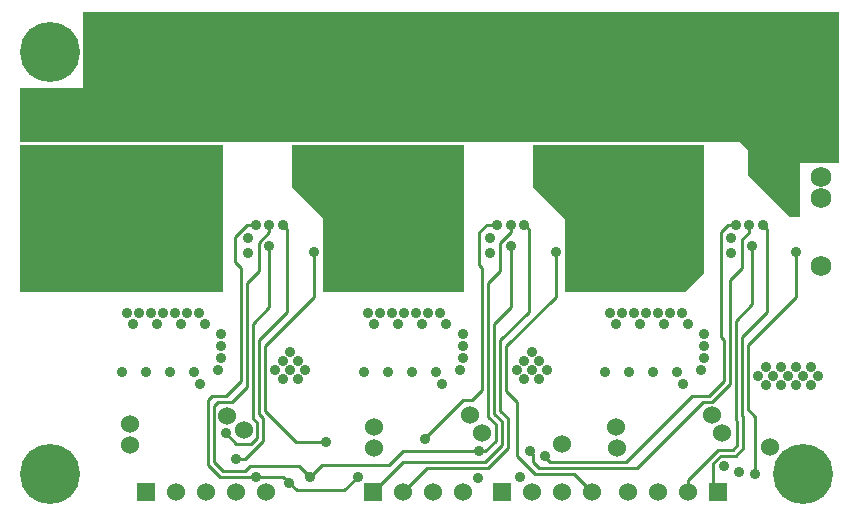
<source format=gbr>
G04 start of page 3 for group 1 idx 1 *
G04 Title: power, signal2 *
G04 Creator: pcb 20140316 *
G04 CreationDate: Tue 06 Jun 2017 06:55:07 AM GMT UTC *
G04 For: brian *
G04 Format: Gerber/RS-274X *
G04 PCB-Dimensions (mil): 6000.00 5000.00 *
G04 PCB-Coordinate-Origin: lower left *
%MOIN*%
%FSLAX25Y25*%
%LNGROUP1*%
%ADD49C,0.0485*%
%ADD48C,0.1770*%
%ADD47C,0.0380*%
%ADD46C,0.0118*%
%ADD45C,0.0200*%
%ADD44C,0.0350*%
%ADD43C,0.0360*%
%ADD42C,0.0685*%
%ADD41C,0.2000*%
%ADD40C,0.0600*%
%ADD39C,0.0318*%
%ADD38C,0.0100*%
%ADD37C,0.0001*%
G54D37*G36*
X354000Y386000D02*X341000D01*
Y368000D01*
X337500D01*
X323500Y382000D01*
Y390500D01*
X321000Y393000D01*
X81000D01*
Y411000D01*
X102000D01*
Y436500D01*
X354000D01*
Y386000D01*
G37*
G36*
X81000Y343000D02*Y392000D01*
X148500D01*
Y343000D01*
X81000D01*
G37*
G36*
X252000Y378000D02*Y392000D01*
X309000D01*
Y349500D01*
X302500Y343000D01*
X262500D01*
Y367500D01*
X252000Y378000D01*
G37*
G36*
X171500D02*Y392000D01*
X229000D01*
Y343000D01*
X182000D01*
Y367500D01*
X171500Y378000D01*
G37*
G54D38*X249000Y365500D02*X250500Y364000D01*
X241000Y359500D02*Y350000D01*
X244500Y365500D02*Y363000D01*
X241000Y359500D01*
Y350000D02*X237000Y346000D01*
X250500Y364000D02*Y336500D01*
X259500Y356500D02*Y341500D01*
X244500Y338000D02*Y358500D01*
X240000Y365500D02*X236500D01*
X234000Y363000D01*
Y352000D01*
X235000Y351000D01*
X252500Y282500D02*X246500Y288500D01*
X239500Y299000D02*Y293500D01*
X241500Y300000D02*Y292000D01*
X243500Y301000D02*Y291000D01*
X246500Y306500D02*Y288500D01*
X239500Y293500D02*X236000Y290000D01*
X241500Y292000D02*X236000Y286500D01*
X243500Y291000D02*X237000Y284500D01*
X251000Y290000D02*X251500D01*
X252000Y289000D02*X251000Y290000D01*
X239000Y302500D02*X241500Y300000D01*
X241000Y303500D02*X243500Y301000D01*
X237000Y301500D02*X239500Y299000D01*
X236000Y290000D02*X234000D01*
X228500Y307000D02*X216000Y294500D01*
Y294000D01*
X237000Y284500D02*X216500D01*
X236000Y286500D02*X208500D01*
X233500Y290000D02*X208500D01*
X216500Y284500D02*X208500Y276500D01*
Y286500D02*X198500Y276500D01*
X208500Y290000D02*X204000Y285500D01*
X244500Y338000D02*X239000Y332500D01*
X237000Y346000D02*Y301500D01*
X235000Y310500D02*Y351000D01*
X250500Y336500D02*X241000Y327000D01*
X259500Y341500D02*X243000Y325000D01*
X235000Y310500D02*X231500Y307000D01*
X228500D01*
X239000Y302500D02*Y332500D01*
X241000Y303500D02*Y327000D01*
X243000Y325000D02*Y310000D01*
X246500Y306500D01*
X314500Y328000D02*X315500Y327000D01*
X325000Y339000D02*X319500Y333500D01*
X330000Y336500D02*X321500Y328000D01*
X315500Y313500D02*Y327000D01*
X317500Y312500D02*Y347000D01*
X319500Y300500D02*Y333500D01*
X321500Y302000D02*Y328000D01*
Y302000D02*X322000Y301500D01*
X323500Y325500D02*Y304000D01*
X317500Y312500D02*X311500Y306500D01*
X308500D01*
X315500Y313500D02*X310500Y308500D01*
X305000D01*
X326000Y301500D02*X323500Y304000D01*
X328500Y365500D02*X330000Y364000D01*
X321500Y360500D02*Y351000D01*
X324000Y365500D02*Y363000D01*
X321500Y360500D01*
X319500Y365500D02*X317000D01*
X321500Y351000D02*X317500Y347000D01*
X325000Y358500D02*Y339000D01*
X330000Y364000D02*Y336500D01*
X317000Y365500D02*X314500Y363000D01*
Y328000D01*
X339500Y356500D02*Y341500D01*
X323500Y325500D01*
X319500Y300500D02*X320000Y300000D01*
Y292000D01*
X318500Y290500D01*
X313500D01*
X319500Y288500D02*X314500D01*
X312000Y286000D01*
X322000Y301500D02*Y291000D01*
X326000Y282500D02*Y301500D01*
X322000Y291000D02*X319500Y288500D01*
X312000Y286000D02*Y278000D01*
X313500Y276500D01*
X305000Y308500D02*X283000Y286500D01*
X303500Y280500D02*Y276500D01*
X254000Y284500D02*X252000Y286500D01*
Y289000D01*
X308500Y306500D02*X286500Y284500D01*
X313500Y290500D02*X303500Y280500D01*
X271500Y276500D02*X265500Y282500D01*
X252500D01*
X286500Y284500D02*X254000D01*
X256000Y288000D02*X257500Y286500D01*
X283000D02*X257500D01*
X168500Y365500D02*X170000Y364000D01*
X164000Y365500D02*Y363000D01*
X160500Y359500D01*
X170000Y363941D02*Y336441D01*
X164000Y338000D02*X158500Y332500D01*
X170000Y336441D02*X160500Y326941D01*
X179000Y356441D02*Y341441D01*
X164000Y358500D02*Y338000D01*
X179000Y341441D02*X162500Y324941D01*
X160500Y359500D02*Y350000D01*
X156500Y345941D01*
Y311500D02*Y345941D01*
X158500Y332441D02*Y301000D01*
X160500Y326941D02*Y302500D01*
X154500Y313500D02*Y351000D01*
X152500Y353000D01*
Y361500D01*
X156500Y365500D01*
X159500D01*
X162500Y324941D02*Y303500D01*
X145500Y305000D02*Y286500D01*
X145000Y308500D02*X143500Y307000D01*
Y285500D01*
X151500Y306500D02*X147000D01*
X145500Y305000D01*
X156500Y311500D02*X151500Y306500D01*
X154500Y313500D02*X149500Y308500D01*
X145000D01*
X160000Y294500D02*X158000Y292500D01*
X153000D01*
X149500Y296000D01*
X172941Y293000D02*X162500Y303500D01*
X158500Y301000D02*X160000Y299500D01*
Y294500D01*
X160500Y302500D02*X162000Y301000D01*
Y293500D01*
X183000Y293000D02*X172941D01*
X162000Y293500D02*X156000Y287500D01*
X168500Y281500D02*X173059Y276941D01*
X188941D01*
X193500Y281500D02*X188941Y276941D01*
X156000Y287500D02*X154000D01*
X145500Y286500D02*X148500Y283500D01*
X143500Y285500D02*X147500Y281500D01*
X168500D01*
X148500Y283500D02*X156000D01*
X157500Y285000D01*
X174000D01*
X181500Y285500D02*X204000D01*
X174000Y285000D02*X177500Y281500D01*
X181500Y285500D01*
G54D39*X192827Y429905D03*
X197551D03*
X202276D03*
X192827Y425181D03*
Y420456D03*
Y415732D03*
X197551Y425181D03*
Y420456D03*
Y415732D03*
Y411008D03*
X202276D03*
X207000D03*
X211724D03*
X207000Y429905D03*
X211724D03*
X216449D03*
X221173D03*
X202276Y425181D03*
Y420456D03*
X207000D03*
X211724D03*
X216449D03*
X221173D03*
X207000Y425181D03*
X211724D03*
X216449D03*
X221173D03*
X202276Y415732D03*
X207000D03*
X211724D03*
X216449D03*
X221173D03*
Y411008D03*
X216449D03*
X192827D03*
Y365905D03*
Y347008D03*
G54D37*G36*
X195500Y279500D02*Y273500D01*
X201500D01*
Y279500D01*
X195500D01*
G37*
G54D40*X208500Y276500D03*
X218500D03*
X228500D03*
G54D39*X197551Y365905D03*
X202276D03*
X207000D03*
X211724D03*
X216449D03*
X221173D03*
X202276Y361181D03*
Y356456D03*
X207000D03*
X211724D03*
X216449D03*
X221173D03*
X207000Y361181D03*
X211724D03*
X216449D03*
X221173D03*
X192827D03*
Y356456D03*
Y351732D03*
X197551Y361181D03*
Y356456D03*
Y351732D03*
X202276D03*
X207000D03*
X211724D03*
X216449D03*
X221173D03*
X197551Y347008D03*
X202276D03*
X207000D03*
X211724D03*
X216449D03*
X221173D03*
X273327Y429905D03*
X278051D03*
X282776D03*
X273327Y425181D03*
Y420456D03*
Y415732D03*
X278051Y425181D03*
Y420456D03*
Y415732D03*
Y411008D03*
X282776D03*
X287500D03*
X292224D03*
X287500Y429905D03*
X292224D03*
X296949D03*
X301673D03*
X282776Y425181D03*
Y420456D03*
X287500D03*
X292224D03*
X296949D03*
X301673D03*
X287500Y425181D03*
X292224D03*
X296949D03*
X301673D03*
X282776Y415732D03*
X287500D03*
X292224D03*
X296949D03*
X301673D03*
Y411008D03*
X296949D03*
X273327D03*
Y365905D03*
Y347008D03*
X278051Y365905D03*
X282776D03*
X287500D03*
X292224D03*
X296949D03*
X301673D03*
X282776Y361181D03*
Y356456D03*
X287500D03*
X292224D03*
X296949D03*
X301673D03*
X287500Y361181D03*
X292224D03*
X296949D03*
X301673D03*
G54D40*X293500Y276500D03*
X283500D03*
G54D37*G36*
X238500Y279500D02*Y273500D01*
X244500D01*
Y279500D01*
X238500D01*
G37*
G54D40*X251500Y276500D03*
X261500D03*
X271500D03*
G54D39*X273327Y361181D03*
Y356456D03*
Y351732D03*
X278051Y361181D03*
Y356456D03*
Y351732D03*
X282776D03*
X287500D03*
X292224D03*
X296949D03*
X301673D03*
X278051Y347008D03*
X282776D03*
X287500D03*
X292224D03*
X296949D03*
X301673D03*
G54D37*G36*
X310500Y279500D02*Y273500D01*
X316500D01*
Y279500D01*
X310500D01*
G37*
G54D41*X342000Y282500D03*
G54D40*X303500Y276500D03*
G54D42*X348000Y351736D03*
Y381264D03*
Y403764D03*
Y374236D03*
G54D39*X112327Y429905D03*
X117051D03*
X121776D03*
X112327Y425181D03*
Y420456D03*
Y415732D03*
X117051Y425181D03*
Y420456D03*
Y415732D03*
Y411008D03*
X121776D03*
X126500D03*
X131224D03*
X126500Y429905D03*
X131224D03*
X135949D03*
X140673D03*
X121776Y425181D03*
Y420456D03*
X126500D03*
X131224D03*
X135949D03*
X140673D03*
X126500Y425181D03*
X131224D03*
X135949D03*
X140673D03*
X121776Y415732D03*
X126500D03*
X131224D03*
X135949D03*
X140673D03*
Y411008D03*
X135949D03*
X112327D03*
Y365905D03*
Y347008D03*
G54D41*X91000Y282500D03*
Y423000D03*
G54D37*G36*
X120000Y279500D02*Y273500D01*
X126000D01*
Y279500D01*
X120000D01*
G37*
G54D40*X133000Y276500D03*
X143000D03*
X153000D03*
X163000D03*
G54D39*X117051Y365905D03*
X121776D03*
X126500D03*
X131224D03*
X135949D03*
X140673D03*
X121776Y361181D03*
Y356456D03*
X126500D03*
X131224D03*
X135949D03*
X140673D03*
X126500Y361181D03*
X131224D03*
X135949D03*
X140673D03*
X112327D03*
Y356456D03*
Y351732D03*
X117051Y361181D03*
Y356456D03*
Y351732D03*
X121776D03*
X126500D03*
X131224D03*
X135949D03*
X140673D03*
X117051Y347008D03*
X121776D03*
X126500D03*
X131224D03*
X135949D03*
X140673D03*
G54D40*X199000Y291000D03*
G54D43*X183000Y293000D03*
X170500Y279500D03*
X177500Y281500D03*
X193500D03*
G54D40*X199000Y298000D03*
G54D43*X221500Y312500D03*
G54D40*X231000Y302000D03*
X235000Y296000D03*
G54D43*X216000Y294000D03*
X233500Y281000D03*
X247500Y281500D03*
X251000Y290000D03*
X256000Y288500D03*
G54D40*X261500Y292500D03*
G54D43*X234000Y290000D03*
X199000Y332500D03*
X197000Y336000D03*
X201000D03*
X215000Y332500D03*
X223000D03*
X228500Y329000D03*
Y325000D03*
Y321000D03*
X227500Y317000D03*
X246500D03*
X251500D03*
X256500D03*
X254000Y314000D03*
X249000D03*
X207000Y332500D03*
X205000Y336000D03*
X209000D03*
X213000D03*
X217000D03*
X221000D03*
X249000Y320000D03*
X254000D03*
X251500Y323000D03*
X219500Y316500D03*
X211500D03*
X203500D03*
X195500D03*
X166000Y317000D03*
X171000D03*
Y323000D03*
X176000Y317000D03*
X173500Y314000D03*
Y320000D03*
X168500Y314000D03*
Y320000D03*
X196000Y379000D03*
X199500Y375500D03*
X192500D03*
X203000Y379000D03*
X210000D03*
X217000D03*
X224000D03*
X206500Y375500D03*
X213500D03*
X220500D03*
X179000Y356441D03*
X240000Y365500D03*
X244500D03*
X249000D03*
X259500Y356500D03*
X244500Y358500D03*
X237500Y356000D03*
Y361000D03*
G54D40*X279500Y298000D03*
G54D43*X292000Y316500D03*
X284000D03*
X276000D03*
X293500Y336000D03*
G54D40*X280000Y291000D03*
G54D43*X295500Y332500D03*
X303500D03*
X309000Y329000D03*
Y325000D03*
Y321000D03*
X300000Y316500D03*
X302000Y312500D03*
X297500Y336000D03*
X301500D03*
X279500Y332500D03*
X287500D03*
X277500Y336000D03*
X281500D03*
X285500D03*
X289500D03*
X308000Y317000D03*
G54D40*X311500Y302000D03*
X315000Y296000D03*
G54D43*X315500Y285000D03*
X320500Y283000D03*
X344500Y312000D03*
X342000Y315000D03*
X339500Y312000D03*
X347000Y315000D03*
X327000D03*
X337000D03*
X332000D03*
X334500Y312000D03*
X329500D03*
Y318000D03*
G54D40*X331000Y291500D03*
G54D43*X326000Y282500D03*
X334500Y318000D03*
X339500D03*
X344500D03*
X276500Y379000D03*
X280000Y375500D03*
X283500Y379000D03*
X273000Y375500D03*
X287000D03*
X290500Y379000D03*
X294000Y375500D03*
X297500Y379000D03*
X301000Y375500D03*
X304500Y379000D03*
X325000Y358500D03*
X319500Y365500D03*
X324000D03*
X328500D03*
X318000Y361000D03*
Y356000D03*
X339500Y356500D03*
X310500Y434500D03*
Y430500D03*
Y426500D03*
X314500Y434500D03*
Y430500D03*
Y426500D03*
X351500Y433500D03*
Y426000D03*
Y418500D03*
Y411500D03*
X147000Y317000D03*
G54D40*X117500Y292000D03*
Y299000D03*
G54D43*X139000Y316500D03*
X131000D03*
X123000D03*
X115000D03*
X141000Y312500D03*
G54D40*X150000Y301882D03*
X155500Y297000D03*
G54D43*X153000Y287500D03*
X159500Y281500D03*
X149500Y296000D03*
X118500Y332500D03*
X116500Y336000D03*
X120500D03*
X124500D03*
X148000Y329000D03*
Y325000D03*
Y321000D03*
X126500Y332500D03*
X134500D03*
X142500D03*
X128500Y336000D03*
X132500D03*
X136500D03*
X140500D03*
X115500Y379000D03*
X119000Y375500D03*
X122500Y379000D03*
X112000Y375500D03*
X126000D03*
X129500Y379000D03*
X133000Y375500D03*
X136500Y379000D03*
X143500D03*
X140000Y375500D03*
X159500Y365500D03*
X164000D03*
X168500D03*
X164000Y358500D03*
X157000Y361000D03*
Y356000D03*
G54D44*G54D45*G54D44*G54D45*G54D44*G54D45*G54D44*G54D45*G54D44*G54D45*G54D44*G54D45*G54D44*G54D45*G54D44*G54D45*G54D44*G54D45*G54D44*G54D45*G54D46*G54D47*G54D46*G54D47*G54D46*G54D47*G54D48*G54D47*G54D49*G54D46*G54D48*G54D47*G54D46*M02*

</source>
